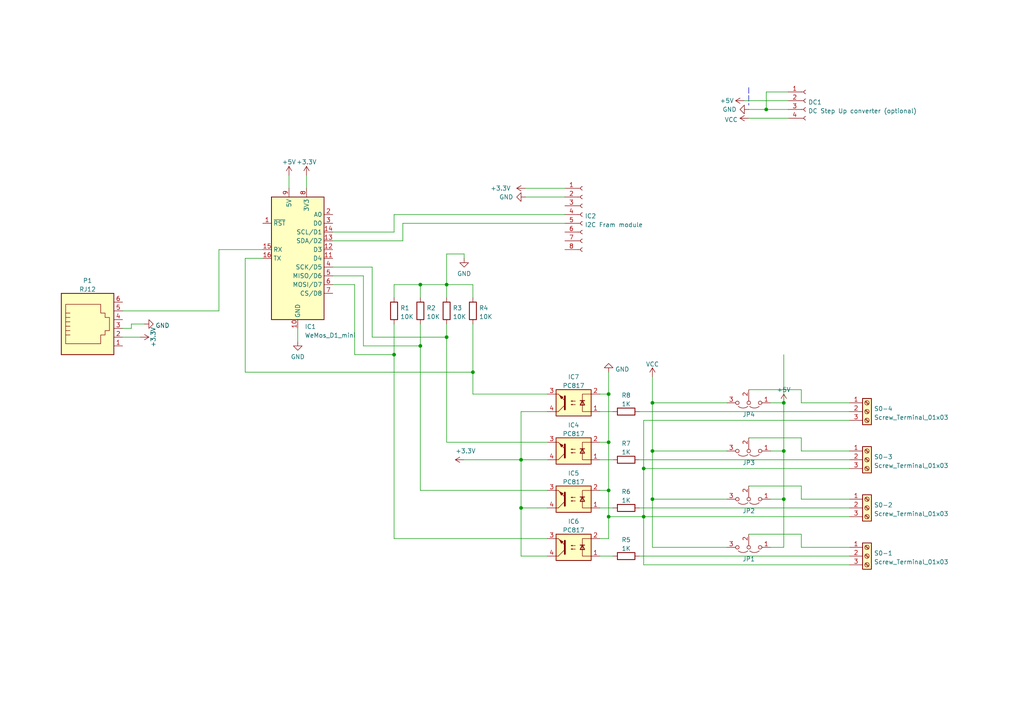
<source format=kicad_sch>
(kicad_sch (version 20211123) (generator eeschema)
  (paper "A4")
  (lib_symbols
    (symbol "Connector:Conn_01x04_Female" (pin_names (offset 1.016) hide)
      (property "Reference" "J" (at 0 5.08 0))
      (property "Value" "Conn_01x04_Female" (at 0 -7.62 0))
      (symbol "Conn_01x04_Female_1_1"
        (arc (start 0 -4.572) (mid -0.508 -5.08) (end 0 -5.588) (stroke (width 0.1524)))
        (arc (start 0 -2.032) (mid -0.508 -2.54) (end 0 -3.048) (stroke (width 0.1524)))
        (polyline (pts (xy -1.27 -5.08) (xy -0.508 -5.08)) (stroke (width 0.1524)))
        (polyline (pts (xy -1.27 -2.54) (xy -0.508 -2.54)) (stroke (width 0.1524)))
        (polyline (pts (xy -1.27 0) (xy -0.508 0)) (stroke (width 0.1524)))
        (polyline (pts (xy -1.27 2.54) (xy -0.508 2.54)) (stroke (width 0.1524)))
        (arc (start 0 0.508) (mid -0.508 0) (end 0 -0.508) (stroke (width 0.1524)))
        (arc (start 0 3.048) (mid -0.508 2.54) (end 0 2.032) (stroke (width 0.1524)))
        (pin passive line (at -5.08 2.54 0) (length 3.81) (name "Pin_1") (number "1"))
        (pin passive line (at -5.08 0 0) (length 3.81) (name "Pin_2") (number "2"))
        (pin passive line (at -5.08 -2.54 0) (length 3.81) (name "Pin_3") (number "3"))
        (pin passive line (at -5.08 -5.08 0) (length 3.81) (name "Pin_4") (number "4"))
      )
    )
    (symbol "Connector:Conn_01x08_Female" (pin_names (offset 1.016) hide)
      (property "Reference" "J" (at 0 10.16 0))
      (property "Value" "Conn_01x08_Female" (at 0 -12.7 0))
      (symbol "Conn_01x08_Female_1_1"
        (arc (start 0 -9.652) (mid -0.508 -10.16) (end 0 -10.668) (stroke (width 0.1524)))
        (arc (start 0 -7.112) (mid -0.508 -7.62) (end 0 -8.128) (stroke (width 0.1524)))
        (arc (start 0 -4.572) (mid -0.508 -5.08) (end 0 -5.588) (stroke (width 0.1524)))
        (arc (start 0 -2.032) (mid -0.508 -2.54) (end 0 -3.048) (stroke (width 0.1524)))
        (polyline (pts (xy -1.27 -10.16) (xy -0.508 -10.16)) (stroke (width 0.1524)))
        (polyline (pts (xy -1.27 -7.62) (xy -0.508 -7.62)) (stroke (width 0.1524)))
        (polyline (pts (xy -1.27 -5.08) (xy -0.508 -5.08)) (stroke (width 0.1524)))
        (polyline (pts (xy -1.27 -2.54) (xy -0.508 -2.54)) (stroke (width 0.1524)))
        (polyline (pts (xy -1.27 0) (xy -0.508 0)) (stroke (width 0.1524)))
        (polyline (pts (xy -1.27 2.54) (xy -0.508 2.54)) (stroke (width 0.1524)))
        (polyline (pts (xy -1.27 5.08) (xy -0.508 5.08)) (stroke (width 0.1524)))
        (polyline (pts (xy -1.27 7.62) (xy -0.508 7.62)) (stroke (width 0.1524)))
        (arc (start 0 0.508) (mid -0.508 0) (end 0 -0.508) (stroke (width 0.1524)))
        (arc (start 0 3.048) (mid -0.508 2.54) (end 0 2.032) (stroke (width 0.1524)))
        (arc (start 0 5.588) (mid -0.508 5.08) (end 0 4.572) (stroke (width 0.1524)))
        (arc (start 0 8.128) (mid -0.508 7.62) (end 0 7.112) (stroke (width 0.1524)))
        (pin passive line (at -5.08 7.62 0) (length 3.81) (name "Pin_1") (number "1"))
        (pin passive line (at -5.08 5.08 0) (length 3.81) (name "Pin_2") (number "2"))
        (pin passive line (at -5.08 2.54 0) (length 3.81) (name "Pin_3") (number "3"))
        (pin passive line (at -5.08 0 0) (length 3.81) (name "Pin_4") (number "4"))
        (pin passive line (at -5.08 -2.54 0) (length 3.81) (name "Pin_5") (number "5"))
        (pin passive line (at -5.08 -5.08 0) (length 3.81) (name "Pin_6") (number "6"))
        (pin passive line (at -5.08 -7.62 0) (length 3.81) (name "Pin_7") (number "7"))
        (pin passive line (at -5.08 -10.16 0) (length 3.81) (name "Pin_8") (number "8"))
      )
    )
    (symbol "Connector:RJ12" (pin_names (offset 1.016))
      (property "Reference" "J" (at -5.08 11.43 0))
      (property "Value" "RJ12" (at 2.54 11.43 0))
      (symbol "RJ12_0_1"
        (polyline (pts (xy -6.35 -1.905) (xy -5.08 -1.905) (xy -5.08 -1.905)))
        (polyline (pts (xy -6.35 -0.635) (xy -5.08 -0.635) (xy -5.08 -0.635)))
        (polyline (pts (xy -6.35 0.635) (xy -5.08 0.635) (xy -5.08 0.635)))
        (polyline (pts (xy -6.35 1.905) (xy -5.08 1.905) (xy -5.08 1.905)))
        (polyline (pts (xy -6.35 3.175) (xy -5.08 3.175) (xy -5.08 3.175)))
        (polyline (pts (xy -5.08 4.445) (xy -6.35 4.445) (xy -6.35 4.445)))
        (polyline (pts (xy -6.35 -4.445) (xy -6.35 6.985) (xy 3.81 6.985) (xy 3.81 4.445) (xy 5.08 4.445) (xy 5.08 3.175) (xy 6.35 3.175) (xy 6.35 -0.635) (xy 5.08 -0.635) (xy 5.08 -1.905) (xy 3.81 -1.905) (xy 3.81 -4.445) (xy -6.35 -4.445) (xy -6.35 -4.445)))
        (rectangle (start 7.62 10.16) (end -7.62 -7.62) (stroke (width 0.254)) (fill (type background)))
      )
      (symbol "RJ12_1_1"
        (pin passive line (at 10.16 -5.08 180) (length 2.54) (name "~") (number "1"))
        (pin passive line (at 10.16 -2.54 180) (length 2.54) (name "~") (number "2"))
        (pin passive line (at 10.16 0 180) (length 2.54) (name "~") (number "3"))
        (pin passive line (at 10.16 2.54 180) (length 2.54) (name "~") (number "4"))
        (pin passive line (at 10.16 5.08 180) (length 2.54) (name "~") (number "5"))
        (pin passive line (at 10.16 7.62 180) (length 2.54) (name "~") (number "6"))
      )
    )
    (symbol "Connector:Screw_Terminal_01x03" (pin_names (offset 1.016) hide)
      (property "Reference" "J" (at 0 5.08 0))
      (property "Value" "Screw_Terminal_01x03" (at 0 -5.08 0))
      (symbol "Screw_Terminal_01x03_1_1"
        (rectangle (start -1.27 3.81) (end 1.27 -3.81) (stroke (width 0.254)) (fill (type background)))
        (circle (center 0 -2.54) (radius 0.635) (stroke (width 0.1524)))
        (polyline (pts (xy -0.5334 -2.2098) (xy 0.3302 -3.048)) (stroke (width 0.1524)))
        (polyline (pts (xy -0.5334 0.3302) (xy 0.3302 -0.508)) (stroke (width 0.1524)))
        (polyline (pts (xy -0.5334 2.8702) (xy 0.3302 2.032)) (stroke (width 0.1524)))
        (polyline (pts (xy -0.3556 -2.032) (xy 0.508 -2.8702)) (stroke (width 0.1524)))
        (polyline (pts (xy -0.3556 0.508) (xy 0.508 -0.3302)) (stroke (width 0.1524)))
        (polyline (pts (xy -0.3556 3.048) (xy 0.508 2.2098)) (stroke (width 0.1524)))
        (circle (center 0 0) (radius 0.635) (stroke (width 0.1524)))
        (circle (center 0 2.54) (radius 0.635) (stroke (width 0.1524)))
        (pin passive line (at -5.08 2.54 0) (length 3.81) (name "Pin_1") (number "1"))
        (pin passive line (at -5.08 0 0) (length 3.81) (name "Pin_2") (number "2"))
        (pin passive line (at -5.08 -2.54 0) (length 3.81) (name "Pin_3") (number "3"))
      )
    )
    (symbol "Device:R" (pin_numbers hide) (pin_names (offset 0))
      (property "Reference" "R" (at 2.032 0 90))
      (property "Value" "R" (at 0 0 90))
      (symbol "R_0_1"
        (rectangle (start -1.016 -2.54) (end 1.016 2.54) (stroke (width 0.254)))
      )
      (symbol "R_1_1"
        (pin passive line (at 0 3.81 270) (length 1.27) (name "~") (number "1"))
        (pin passive line (at 0 -3.81 90) (length 1.27) (name "~") (number "2"))
      )
    )
    (symbol "Isolator:PC817" (pin_names (offset 1.016))
      (property "Reference" "U" (at -5.08 5.08 0))
      (property "Value" "PC817" (at 0 5.08 0))
      (symbol "PC817_0_1"
        (rectangle (start -5.08 3.81) (end 5.08 -3.81) (stroke (width 0.254)) (fill (type background)))
        (polyline (pts (xy -3.175 -0.635) (xy -1.905 -0.635)) (stroke (width 0.254)))
        (polyline (pts (xy 2.54 0.635) (xy 4.445 2.54)))
        (polyline (pts (xy 4.445 -2.54) (xy 2.54 -0.635)) (fill (type outline)))
        (polyline (pts (xy 4.445 -2.54) (xy 5.08 -2.54)))
        (polyline (pts (xy 4.445 2.54) (xy 5.08 2.54)))
        (polyline (pts (xy -5.08 2.54) (xy -2.54 2.54) (xy -2.54 -0.635)))
        (polyline (pts (xy -2.54 -0.635) (xy -2.54 -2.54) (xy -5.08 -2.54)))
        (polyline (pts (xy 2.54 1.905) (xy 2.54 -1.905) (xy 2.54 -1.905)) (stroke (width 0.508)))
        (polyline (pts (xy -2.54 -0.635) (xy -3.175 0.635) (xy -1.905 0.635) (xy -2.54 -0.635)) (stroke (width 0.254)))
        (polyline (pts (xy -0.508 -0.508) (xy 0.762 -0.508) (xy 0.381 -0.635) (xy 0.381 -0.381) (xy 0.762 -0.508)))
        (polyline (pts (xy -0.508 0.508) (xy 0.762 0.508) (xy 0.381 0.381) (xy 0.381 0.635) (xy 0.762 0.508)))
        (polyline (pts (xy 3.048 -1.651) (xy 3.556 -1.143) (xy 4.064 -2.159) (xy 3.048 -1.651) (xy 3.048 -1.651)) (fill (type outline)))
      )
      (symbol "PC817_1_1"
        (pin passive line (at -7.62 2.54 0) (length 2.54) (name "~") (number "1"))
        (pin passive line (at -7.62 -2.54 0) (length 2.54) (name "~") (number "2"))
        (pin passive line (at 7.62 -2.54 180) (length 2.54) (name "~") (number "3"))
        (pin passive line (at 7.62 2.54 180) (length 2.54) (name "~") (number "4"))
      )
    )
    (symbol "Jumper:Jumper_3_Open" (pin_names (offset 0) hide)
      (property "Reference" "JP" (at -2.54 -2.54 0))
      (property "Value" "Jumper_3_Open" (at 0 2.794 0))
      (symbol "Jumper_3_Open_0_0"
        (circle (center -3.302 0) (radius 0.508))
        (circle (center 0 0) (radius 0.508))
        (circle (center 3.302 0) (radius 0.508))
      )
      (symbol "Jumper_3_Open_0_1"
        (arc (start -0.254 1.016) (mid -1.651 1.4992) (end -3.048 1.016))
        (polyline (pts (xy 0 -0.508) (xy 0 -1.27)))
        (arc (start 3.048 1.016) (mid 1.651 1.4992) (end 0.254 1.016))
      )
      (symbol "Jumper_3_Open_1_1"
        (pin passive line (at -6.35 0 0) (length 2.54) (name "A") (number "1"))
        (pin passive line (at 0 -3.81 90) (length 2.54) (name "C") (number "2"))
        (pin passive line (at 6.35 0 180) (length 2.54) (name "B") (number "3"))
      )
    )
    (symbol "MCU_Module:WeMos_D1_mini"
      (property "Reference" "U" (at 3.81 19.05 0))
      (property "Value" "WeMos_D1_mini" (at 1.27 -19.05 0))
      (symbol "WeMos_D1_mini_1_1"
        (rectangle (start -7.62 17.78) (end 7.62 -17.78) (stroke (width 0.254)) (fill (type background)))
        (pin input line (at -10.16 10.16 0) (length 2.54) (name "~{RST}") (number "1"))
        (pin power_in line (at 0 -20.32 90) (length 2.54) (name "GND") (number "10"))
        (pin bidirectional line (at 10.16 0 180) (length 2.54) (name "D4") (number "11"))
        (pin bidirectional line (at 10.16 2.54 180) (length 2.54) (name "D3") (number "12"))
        (pin bidirectional line (at 10.16 5.08 180) (length 2.54) (name "SDA/D2") (number "13"))
        (pin bidirectional line (at 10.16 7.62 180) (length 2.54) (name "SCL/D1") (number "14"))
        (pin input line (at -10.16 2.54 0) (length 2.54) (name "RX") (number "15"))
        (pin output line (at -10.16 0 0) (length 2.54) (name "TX") (number "16"))
        (pin input line (at 10.16 12.7 180) (length 2.54) (name "A0") (number "2"))
        (pin bidirectional line (at 10.16 10.16 180) (length 2.54) (name "D0") (number "3"))
        (pin bidirectional line (at 10.16 -2.54 180) (length 2.54) (name "SCK/D5") (number "4"))
        (pin bidirectional line (at 10.16 -5.08 180) (length 2.54) (name "MISO/D6") (number "5"))
        (pin bidirectional line (at 10.16 -7.62 180) (length 2.54) (name "MOSI/D7") (number "6"))
        (pin bidirectional line (at 10.16 -10.16 180) (length 2.54) (name "CS/D8") (number "7"))
        (pin power_out line (at 2.54 20.32 270) (length 2.54) (name "3V3") (number "8"))
        (pin power_in line (at -2.54 20.32 270) (length 2.54) (name "5V") (number "9"))
      )
    )
    (symbol "power:+3.3V" (power) (pin_names (offset 0))
      (property "Value" "+3.3V" (at 0 3.556 0))
      (symbol "+3.3V_0_1"
        (polyline (pts (xy -0.762 1.27) (xy 0 2.54)))
        (polyline (pts (xy 0 0) (xy 0 2.54)))
        (polyline (pts (xy 0 2.54) (xy 0.762 1.27)))
      )
      (symbol "+3.3V_1_1"
        (pin power_in line (at 0 0 90) (length 0) hide (name "+3.3V") (number "1"))
      )
    )
    (symbol "power:+5V" (power) (pin_names (offset 0))
      (property "Value" "+5V" (at 0 3.556 0))
      (symbol "+5V_0_1"
        (polyline (pts (xy -0.762 1.27) (xy 0 2.54)))
        (polyline (pts (xy 0 0) (xy 0 2.54)))
        (polyline (pts (xy 0 2.54) (xy 0.762 1.27)))
      )
      (symbol "+5V_1_1"
        (pin power_in line (at 0 0 90) (length 0) hide (name "+5V") (number "1"))
      )
    )
    (symbol "power:GND" (power) (pin_names (offset 0))
      (property "Value" "GND" (at 0 -3.81 0))
      (symbol "GND_0_1"
        (polyline (pts (xy 0 0) (xy 0 -1.27) (xy 1.27 -1.27) (xy 0 -2.54) (xy -1.27 -1.27) (xy 0 -1.27)))
      )
      (symbol "GND_1_1"
        (pin power_in line (at 0 0 270) (length 0) hide (name "GND") (number "1"))
      )
    )
    (symbol "power:VCC" (power) (pin_names (offset 0))
      (property "Value" "VCC" (at 0 3.81 0))
      (symbol "VCC_0_1"
        (polyline (pts (xy -0.762 1.27) (xy 0 2.54)))
        (polyline (pts (xy 0 0) (xy 0 2.54)))
        (polyline (pts (xy 0 2.54) (xy 0.762 1.27)))
      )
      (symbol "VCC_1_1"
        (pin power_in line (at 0 0 90) (length 0) hide (name "VCC") (number "1"))
      )
    )
  )
  (junction (at 129.54 97.79))
  (junction (at 129.54 82.55))
  (junction (at 176.53 128.27))
  (junction (at 186.69 149.86))
  (junction (at 222.25 31.75))
  (junction (at 189.23 116.84))
  (junction (at 176.53 142.24))
  (junction (at 114.3 102.87))
  (junction (at 121.92 82.55))
  (junction (at 227.33 144.78))
  (junction (at 227.33 116.84))
  (junction (at 151.13 133.35))
  (junction (at 176.53 149.86))
  (junction (at 186.69 135.89))
  (junction (at 189.23 144.78))
  (junction (at 151.13 147.32))
  (junction (at 137.16 107.95))
  (junction (at 121.92 100.33))
  (junction (at 176.53 114.3))
  (junction (at 227.33 130.81))
  (junction (at 189.23 130.81))
  (wire (pts (xy 232.41 130.81) (xy 246.38 130.81)))
  (wire (pts (xy 105.41 100.33) (xy 121.92 100.33)))
  (wire (pts (xy 137.16 93.98) (xy 137.16 107.95)))
  (wire (pts (xy 35.56 97.79) (xy 40.64 97.79)))
  (wire (pts (xy 189.23 109.22) (xy 189.23 116.84)))
  (polyline (pts (xy 217.17 25.4) (xy 217.17 30.48)))
  (wire (pts (xy 217.17 31.75) (xy 222.25 31.75)))
  (wire (pts (xy 137.16 86.36) (xy 137.16 82.55)))
  (wire (pts (xy 129.54 73.66) (xy 129.54 82.55)))
  (wire (pts (xy 63.5 72.39) (xy 63.5 90.17)))
  (wire (pts (xy 102.87 82.55) (xy 102.87 102.87)))
  (wire (pts (xy 158.75 114.3) (xy 137.16 114.3)))
  (wire (pts (xy 173.99 156.21) (xy 176.53 156.21)))
  (wire (pts (xy 189.23 130.81) (xy 189.23 116.84)))
  (wire (pts (xy 186.69 149.86) (xy 186.69 135.89)))
  (wire (pts (xy 227.33 130.81) (xy 227.33 116.84)))
  (wire (pts (xy 114.3 93.98) (xy 114.3 102.87)))
  (wire (pts (xy 158.75 161.29) (xy 151.13 161.29)))
  (wire (pts (xy 222.25 26.67) (xy 222.25 31.75)))
  (wire (pts (xy 76.2 74.93) (xy 71.12 74.93)))
  (wire (pts (xy 223.52 116.84) (xy 227.33 116.84)))
  (wire (pts (xy 173.99 161.29) (xy 177.8 161.29)))
  (wire (pts (xy 151.13 147.32) (xy 151.13 133.35)))
  (wire (pts (xy 121.92 142.24) (xy 121.92 100.33)))
  (wire (pts (xy 210.82 158.75) (xy 189.23 158.75)))
  (wire (pts (xy 232.41 140.97) (xy 217.17 140.97)))
  (wire (pts (xy 129.54 93.98) (xy 129.54 97.79)))
  (wire (pts (xy 114.3 86.36) (xy 114.3 82.55)))
  (wire (pts (xy 158.75 142.24) (xy 121.92 142.24)))
  (wire (pts (xy 232.41 144.78) (xy 232.41 140.97)))
  (wire (pts (xy 185.42 147.32) (xy 246.38 147.32)))
  (wire (pts (xy 116.84 69.85) (xy 116.84 64.77)))
  (wire (pts (xy 189.23 130.81) (xy 210.82 130.81)))
  (wire (pts (xy 121.92 93.98) (xy 121.92 100.33)))
  (wire (pts (xy 173.99 133.35) (xy 177.8 133.35)))
  (wire (pts (xy 223.52 130.81) (xy 227.33 130.81)))
  (wire (pts (xy 189.23 158.75) (xy 189.23 144.78)))
  (wire (pts (xy 137.16 82.55) (xy 129.54 82.55)))
  (wire (pts (xy 232.41 113.03) (xy 232.41 116.84)))
  (wire (pts (xy 96.52 69.85) (xy 116.84 69.85)))
  (wire (pts (xy 134.62 74.93) (xy 134.62 73.66)))
  (wire (pts (xy 107.95 97.79) (xy 129.54 97.79)))
  (wire (pts (xy 227.33 158.75) (xy 227.33 144.78)))
  (wire (pts (xy 121.92 82.55) (xy 129.54 82.55)))
  (wire (pts (xy 96.52 67.31) (xy 114.3 67.31)))
  (wire (pts (xy 185.42 161.29) (xy 246.38 161.29)))
  (wire (pts (xy 152.4 54.61) (xy 163.83 54.61)))
  (wire (pts (xy 151.13 119.38) (xy 158.75 119.38)))
  (wire (pts (xy 105.41 80.01) (xy 105.41 100.33)))
  (wire (pts (xy 102.87 102.87) (xy 114.3 102.87)))
  (wire (pts (xy 134.62 133.35) (xy 151.13 133.35)))
  (wire (pts (xy 185.42 133.35) (xy 246.38 133.35)))
  (wire (pts (xy 186.69 135.89) (xy 246.38 135.89)))
  (wire (pts (xy 151.13 161.29) (xy 151.13 147.32)))
  (wire (pts (xy 176.53 142.24) (xy 173.99 142.24)))
  (wire (pts (xy 186.69 163.83) (xy 186.69 149.86)))
  (wire (pts (xy 134.62 73.66) (xy 129.54 73.66)))
  (wire (pts (xy 228.6 26.67) (xy 222.25 26.67)))
  (wire (pts (xy 121.92 86.36) (xy 121.92 82.55)))
  (wire (pts (xy 215.9 29.21) (xy 228.6 29.21)))
  (wire (pts (xy 114.3 82.55) (xy 121.92 82.55)))
  (wire (pts (xy 223.52 144.78) (xy 227.33 144.78)))
  (wire (pts (xy 232.41 116.84) (xy 246.38 116.84)))
  (wire (pts (xy 151.13 133.35) (xy 151.13 119.38)))
  (wire (pts (xy 222.25 31.75) (xy 228.6 31.75)))
  (wire (pts (xy 186.69 149.86) (xy 246.38 149.86)))
  (wire (pts (xy 96.52 82.55) (xy 102.87 82.55)))
  (wire (pts (xy 189.23 116.84) (xy 210.82 116.84)))
  (wire (pts (xy 227.33 102.87) (xy 227.33 116.84)))
  (wire (pts (xy 158.75 156.21) (xy 114.3 156.21)))
  (wire (pts (xy 137.16 114.3) (xy 137.16 107.95)))
  (wire (pts (xy 152.4 57.15) (xy 163.83 57.15)))
  (wire (pts (xy 173.99 147.32) (xy 177.8 147.32)))
  (wire (pts (xy 189.23 144.78) (xy 189.23 130.81)))
  (wire (pts (xy 217.17 34.29) (xy 228.6 34.29)))
  (wire (pts (xy 246.38 163.83) (xy 186.69 163.83)))
  (wire (pts (xy 246.38 144.78) (xy 232.41 144.78)))
  (wire (pts (xy 232.41 154.94) (xy 217.17 154.94)))
  (wire (pts (xy 114.3 62.23) (xy 163.83 62.23)))
  (wire (pts (xy 223.52 158.75) (xy 227.33 158.75)))
  (wire (pts (xy 176.53 149.86) (xy 176.53 142.24)))
  (wire (pts (xy 38.1 95.25) (xy 38.1 93.98)))
  (wire (pts (xy 176.53 156.21) (xy 176.53 149.86)))
  (wire (pts (xy 114.3 67.31) (xy 114.3 62.23)))
  (wire (pts (xy 96.52 77.47) (xy 107.95 77.47)))
  (wire (pts (xy 41.91 93.98) (xy 38.1 93.98)))
  (wire (pts (xy 232.41 127) (xy 232.41 130.81)))
  (wire (pts (xy 129.54 86.36) (xy 129.54 82.55)))
  (wire (pts (xy 158.75 147.32) (xy 151.13 147.32)))
  (wire (pts (xy 217.17 127) (xy 232.41 127)))
  (wire (pts (xy 129.54 97.79) (xy 129.54 128.27)))
  (wire (pts (xy 63.5 72.39) (xy 76.2 72.39)))
  (wire (pts (xy 176.53 114.3) (xy 176.53 128.27)))
  (wire (pts (xy 158.75 128.27) (xy 129.54 128.27)))
  (wire (pts (xy 71.12 107.95) (xy 137.16 107.95)))
  (wire (pts (xy 35.56 95.25) (xy 38.1 95.25)))
  (wire (pts (xy 246.38 158.75) (xy 232.41 158.75)))
  (wire (pts (xy 83.82 50.8) (xy 83.82 54.61)))
  (wire (pts (xy 176.53 149.86) (xy 186.69 149.86)))
  (wire (pts (xy 88.9 50.8) (xy 88.9 54.61)))
  (wire (pts (xy 173.99 114.3) (xy 176.53 114.3)))
  (wire (pts (xy 116.84 64.77) (xy 163.83 64.77)))
  (wire (pts (xy 96.52 80.01) (xy 105.41 80.01)))
  (wire (pts (xy 227.33 144.78) (xy 227.33 130.81)))
  (wire (pts (xy 232.41 158.75) (xy 232.41 154.94)))
  (wire (pts (xy 71.12 74.93) (xy 71.12 107.95)))
  (wire (pts (xy 107.95 77.47) (xy 107.95 97.79)))
  (wire (pts (xy 114.3 156.21) (xy 114.3 102.87)))
  (wire (pts (xy 185.42 119.38) (xy 246.38 119.38)))
  (wire (pts (xy 173.99 128.27) (xy 176.53 128.27)))
  (wire (pts (xy 217.17 113.03) (xy 232.41 113.03)))
  (wire (pts (xy 151.13 133.35) (xy 158.75 133.35)))
  (wire (pts (xy 86.36 95.25) (xy 86.36 99.06)))
  (wire (pts (xy 176.53 107.95) (xy 176.53 114.3)))
  (wire (pts (xy 186.69 135.89) (xy 186.69 121.92)))
  (wire (pts (xy 189.23 144.78) (xy 210.82 144.78)))
  (wire (pts (xy 35.56 90.17) (xy 63.5 90.17)))
  (wire (pts (xy 173.99 119.38) (xy 177.8 119.38)))
  (wire (pts (xy 186.69 121.92) (xy 246.38 121.92)))
  (wire (pts (xy 176.53 128.27) (xy 176.53 142.24)))
  (symbol (lib_id "Connector:Screw_Terminal_01x03") (at 251.46 133.35 0) (unit 1)
    (property "Reference" "S0-3" (at 253.492 132.5153 0) (effects (justify left)))
    (property "Value" "Screw_Terminal_01x03" (at 253.492 135.0522 0) (effects (justify left)))
    (property "Footprint" "TerminalBlock_Phoenix:TerminalBlock_Phoenix_MKDS-3-3-5.08_1x03_P5.08mm_Horizontal" (effects hide))
  )
  (symbol (lib_id "power:GND") (at 152.4 57.15 270) (unit 1)
    (property "Reference" "#PWR0112" (effects hide))
    (property "Value" "GND" (at 144.78 57.15 90) (effects (justify left)))
  )
  (symbol (lib_id "Jumper:Jumper_3_Open") (at 217.17 158.75 180) (unit 1)
    (property "Reference" "JP1" (at 217.17 162.1526 0))
    (property "Value" "Jumper_3_Open" (effects hide))
    (property "Footprint" "Jumper:SolderJumper-3_P1.3mm_Open_RoundedPad1.0x1.5mm" (effects hide))
  )
  (symbol (lib_id "Connector:RJ12") (at 25.4 95.25 0) (unit 1)
    (property "Reference" "P1" (at 25.4 81.3902 0))
    (property "Value" "RJ12" (at 25.4 83.9271 0))
    (property "Footprint" "Connector_RJ:RJ12_Amphenol_54601" (effects hide))
  )
  (symbol (lib_id "power:+3.3V") (at 40.64 97.79 270) (unit 1)
    (property "Reference" "#PWR0114" (effects hide))
    (property "Value" "+3.3V" (at 44.45 97.79 0))
  )
  (symbol (lib_id "Device:R") (at 181.61 161.29 90) (unit 1)
    (property "Reference" "R5" (at 181.61 156.5742 90))
    (property "Value" "1K" (at 181.61 159.1111 90))
    (property "Footprint" "Resistor_THT:R_Axial_DIN0207_L6.3mm_D2.5mm_P7.62mm_Horizontal" (effects hide))
  )
  (symbol (lib_id "Jumper:Jumper_3_Open") (at 217.17 116.84 180) (unit 1)
    (property "Reference" "JP4" (at 217.17 120.2426 0))
    (property "Value" "Jumper_3_Open" (effects hide))
    (property "Footprint" "Jumper:SolderJumper-3_P1.3mm_Open_RoundedPad1.0x1.5mm" (effects hide))
  )
  (symbol (lib_id "power:+3.3V") (at 152.4 54.61 90) (unit 1)
    (property "Reference" "#PWR0111" (effects hide))
    (property "Value" "+3.3V" (at 142.24 54.61 90) (effects (justify right)))
  )
  (symbol (lib_id "Connector:Screw_Terminal_01x03") (at 251.46 147.32 0) (unit 1)
    (property "Reference" "S0-2" (at 253.492 146.4853 0) (effects (justify left)))
    (property "Value" "Screw_Terminal_01x03" (at 253.492 149.0222 0) (effects (justify left)))
    (property "Footprint" "TerminalBlock_Phoenix:TerminalBlock_Phoenix_MKDS-3-3-5.08_1x03_P5.08mm_Horizontal" (effects hide))
  )
  (symbol (lib_id "power:VCC") (at 217.17 34.29 90) (unit 1)
    (property "Reference" "#PWR0109" (effects hide))
    (property "Value" "VCC" (at 213.995 34.7238 90) (effects (justify left)))
  )
  (symbol (lib_id "power:VCC") (at 189.23 109.22 0) (unit 1)
    (property "Reference" "#PWR0107" (effects hide))
    (property "Value" "VCC" (at 189.23 105.6442 0))
  )
  (symbol (lib_id "Device:R") (at 121.92 90.17 0) (unit 1)
    (property "Reference" "R2" (at 123.698 89.3353 0) (effects (justify left)))
    (property "Value" "10K" (at 123.698 91.8722 0) (effects (justify left)))
    (property "Footprint" "Resistor_THT:R_Axial_DIN0207_L6.3mm_D2.5mm_P7.62mm_Horizontal" (effects hide))
  )
  (symbol (lib_id "power:+5V") (at 83.82 50.8 0) (unit 1)
    (property "Reference" "#PWR0102" (effects hide))
    (property "Value" "+5V" (at 83.82 46.99 0))
  )
  (symbol (lib_id "Connector:Screw_Terminal_01x03") (at 251.46 119.38 0) (unit 1)
    (property "Reference" "S0-4" (at 253.492 118.5453 0) (effects (justify left)))
    (property "Value" "Screw_Terminal_01x03" (at 253.492 121.0822 0) (effects (justify left)))
    (property "Footprint" "TerminalBlock_Phoenix:TerminalBlock_Phoenix_MKDS-3-3-5.08_1x03_P5.08mm_Horizontal" (effects hide))
  )
  (symbol (lib_id "power:GND") (at 86.36 99.06 0) (unit 1)
    (property "Reference" "#PWR0101" (effects hide))
    (property "Value" "GND" (at 86.36 103.5034 0))
  )
  (symbol (lib_id "Connector:Screw_Terminal_01x03") (at 251.46 161.29 0) (unit 1)
    (property "Reference" "S0-1" (at 253.492 160.4553 0) (effects (justify left)))
    (property "Value" "Screw_Terminal_01x03" (at 253.492 162.9922 0) (effects (justify left)))
    (property "Footprint" "TerminalBlock_Phoenix:TerminalBlock_Phoenix_MKDS-3-3-5.08_1x03_P5.08mm_Horizontal" (effects hide))
  )
  (symbol (lib_id "Device:R") (at 129.54 90.17 0) (unit 1)
    (property "Reference" "R3" (at 131.318 89.3353 0) (effects (justify left)))
    (property "Value" "10K" (at 131.318 91.8722 0) (effects (justify left)))
    (property "Footprint" "Resistor_THT:R_Axial_DIN0207_L6.3mm_D2.5mm_P7.62mm_Horizontal" (effects hide))
  )
  (symbol (lib_id "Connector:Conn_01x04_Female") (at 233.68 29.21 0) (unit 1)
    (property "Reference" "DC1" (at 234.3912 29.6453 0) (effects (justify left)))
    (property "Value" "DC Step Up converter (optional)" (at 234.3912 32.1822 0) (effects (justify left)))
    (property "Footprint" "Custom made:dcdc converter" (effects hide))
  )
  (symbol (lib_id "Connector:Conn_01x08_Female") (at 168.91 62.23 0) (unit 1)
    (property "Reference" "IC2" (at 169.6212 62.6653 0) (effects (justify left)))
    (property "Value" "I2C Fram module" (at 169.6212 65.2022 0) (effects (justify left)))
    (property "Footprint" "Custom made:I2C FRAM Board" (effects hide))
  )
  (symbol (lib_id "power:+5V") (at 215.9 29.21 90) (unit 1)
    (property "Reference" "#PWR0113" (effects hide))
    (property "Value" "+5V" (at 210.82 29.21 90))
  )
  (symbol (lib_id "Isolator:PC817") (at 166.37 144.78 180) (unit 1)
    (property "Reference" "IC5" (at 166.37 137.2702 0))
    (property "Value" "PC817" (at 166.37 139.8071 0))
    (property "Footprint" "Package_DIP:DIP-4_W7.62mm" (effects hide))
    (property "Datasheet" "http://www.soselectronic.cz/a_info/resource/d/pc817.pdf" (effects hide))
  )
  (symbol (lib_id "Device:R") (at 181.61 147.32 90) (unit 1)
    (property "Reference" "R6" (at 181.61 142.6042 90))
    (property "Value" "1K" (at 181.61 145.1411 90))
    (property "Footprint" "Resistor_THT:R_Axial_DIN0207_L6.3mm_D2.5mm_P7.62mm_Horizontal" (effects hide))
  )
  (symbol (lib_id "power:GND") (at 134.62 74.93 0) (unit 1)
    (property "Reference" "#PWR0105" (effects hide))
    (property "Value" "GND" (at 134.62 79.3734 0))
  )
  (symbol (lib_id "Device:R") (at 181.61 133.35 90) (unit 1)
    (property "Reference" "R7" (at 181.61 128.6342 90))
    (property "Value" "1K" (at 181.61 131.1711 90))
    (property "Footprint" "Resistor_THT:R_Axial_DIN0207_L6.3mm_D2.5mm_P7.62mm_Horizontal" (effects hide))
  )
  (symbol (lib_id "Device:R") (at 137.16 90.17 0) (unit 1)
    (property "Reference" "R4" (at 138.938 89.3353 0) (effects (justify left)))
    (property "Value" "10K" (at 138.938 91.8722 0) (effects (justify left)))
    (property "Footprint" "Resistor_THT:R_Axial_DIN0207_L6.3mm_D2.5mm_P7.62mm_Horizontal" (effects hide))
  )
  (symbol (lib_id "Device:R") (at 181.61 119.38 90) (unit 1)
    (property "Reference" "R8" (at 181.61 114.6642 90))
    (property "Value" "1K" (at 181.61 117.2011 90))
    (property "Footprint" "Resistor_THT:R_Axial_DIN0207_L6.3mm_D2.5mm_P7.62mm_Horizontal" (effects hide))
  )
  (symbol (lib_id "Isolator:PC817") (at 166.37 158.75 180) (unit 1)
    (property "Reference" "IC6" (at 166.37 151.2402 0))
    (property "Value" "PC817" (at 166.37 153.7771 0))
    (property "Footprint" "Package_DIP:DIP-4_W7.62mm" (effects hide))
    (property "Datasheet" "http://www.soselectronic.cz/a_info/resource/d/pc817.pdf" (effects hide))
  )
  (symbol (lib_id "power:GND") (at 217.17 31.75 270) (unit 1)
    (property "Reference" "#PWR0108" (effects hide))
    (property "Value" "GND" (at 209.55 31.75 90) (effects (justify left)))
  )
  (symbol (lib_id "Isolator:PC817") (at 166.37 130.81 180) (unit 1)
    (property "Reference" "IC4" (at 166.37 123.3002 0))
    (property "Value" "PC817" (at 166.37 125.8371 0))
    (property "Footprint" "Package_DIP:DIP-4_W7.62mm" (effects hide))
    (property "Datasheet" "http://www.soselectronic.cz/a_info/resource/d/pc817.pdf" (effects hide))
  )
  (symbol (lib_id "Isolator:PC817") (at 166.37 116.84 180) (unit 1)
    (property "Reference" "IC7" (at 166.37 109.3302 0))
    (property "Value" "PC817" (at 166.37 111.8671 0))
    (property "Footprint" "Package_DIP:DIP-4_W7.62mm" (effects hide))
    (property "Datasheet" "http://www.soselectronic.cz/a_info/resource/d/pc817.pdf" (effects hide))
  )
  (symbol (lib_id "power:+5V") (at 227.33 116.84 0) (unit 1)
    (property "Reference" "#PWR0106" (effects hide))
    (property "Value" "+5V" (at 227.33 113.03 0))
  )
  (symbol (lib_id "power:GND") (at 41.91 93.98 90) (unit 1)
    (property "Reference" "#PWR0115" (effects hide))
    (property "Value" "GND" (at 45.085 94.4138 90) (effects (justify right)))
  )
  (symbol (lib_id "Device:R") (at 114.3 90.17 0) (unit 1)
    (property "Reference" "R1" (at 116.078 89.3353 0) (effects (justify left)))
    (property "Value" "10K" (at 116.078 91.8722 0) (effects (justify left)))
    (property "Footprint" "Resistor_THT:R_Axial_DIN0207_L6.3mm_D2.5mm_P7.62mm_Horizontal" (effects hide))
  )
  (symbol (lib_id "Jumper:Jumper_3_Open") (at 217.17 144.78 180) (unit 1)
    (property "Reference" "JP2" (at 217.17 148.1826 0))
    (property "Value" "Jumper_3_Open" (effects hide))
    (property "Footprint" "Jumper:SolderJumper-3_P1.3mm_Open_RoundedPad1.0x1.5mm" (effects hide))
  )
  (symbol (lib_id "power:+3.3V") (at 88.9 50.8 0) (unit 1)
    (property "Reference" "#PWR0103" (effects hide))
    (property "Value" "+3.3V" (at 88.9 46.99 0))
  )
  (symbol (lib_id "power:GND") (at 176.53 107.95 180) (unit 1)
    (property "Reference" "#PWR0110" (effects hide))
    (property "Value" "GND" (at 178.435 107.1138 0) (effects (justify right)))
  )
  (symbol (lib_id "power:+3.3V") (at 134.62 133.35 90) (unit 1)
    (property "Reference" "#PWR0104" (effects hide))
    (property "Value" "+3.3V" (at 132.08 130.81 90) (effects (justify right)))
  )
  (symbol (lib_id "Jumper:Jumper_3_Open") (at 217.17 130.81 180) (unit 1)
    (property "Reference" "JP3" (at 217.17 134.2126 0))
    (property "Value" "Jumper_3_Open" (effects hide))
    (property "Footprint" "Jumper:SolderJumper-3_P1.3mm_Open_RoundedPad1.0x1.5mm" (effects hide))
  )
  (symbol (lib_id "MCU_Module:WeMos_D1_mini") (at 86.36 74.93 0) (unit 1)
    (property "Reference" "IC1" (at 88.3794 94.7404 0) (effects (justify left)))
    (property "Value" "WeMos_D1_mini" (at 88.3794 97.2773 0) (effects (justify left)))
    (property "Footprint" "Module:WEMOS_D1_mini_light" (effects hide))
    (property "Datasheet" "https://wiki.wemos.cc/products:d1:d1_mini#documentation" (effects hide))
  )
)
</source>
